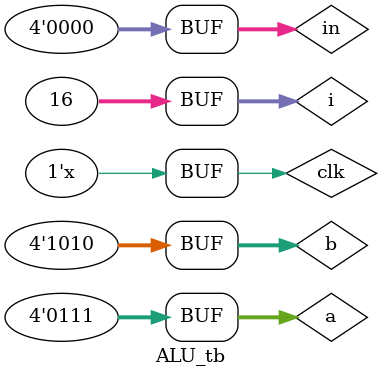
<source format=v>
module ALU_tb;
    reg clk;
    reg [3:0] a, b;
    reg [3:0] in;
    wire [3:0] out;

	integer i;
    // design block instatiantion
    ALU alu(.clk(clk), .A(a), .B(b), .instruction(in), .ALU_out(out));

    initial clk = 1'b0; //initialize the clk

    // clk of (T = 20ns) given
    always #10 clk = ~clk;

    // control signals that drive the design block
    initial begin
        a = 4'h7;
        b = 4'ha;
        in = 4'h0;
        // for signal generation for the instruction in ALU
        for (i=0;i<=15;i=i+1) begin
            in = in + 8'h01;
            #20;
        end
    end
    
endmodule
</source>
